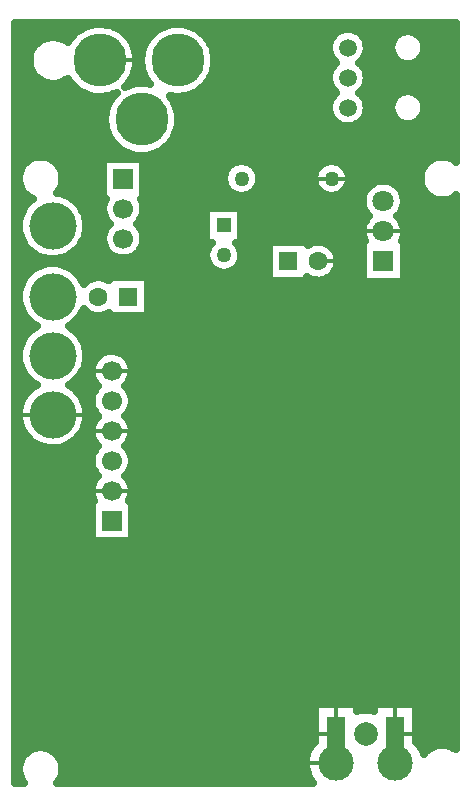
<source format=gbr>
G04 DipTrace 3.0.0.2*
G04 Bottom.gbr*
%MOMM*%
G04 #@! TF.FileFunction,Copper,L2,Bot*
G04 #@! TF.Part,Single*
G04 #@! TA.AperFunction,ComponentPad*
%ADD14C,1.5*%
G04 #@! TA.AperFunction,CopperBalancing*
%ADD16C,0.635*%
%ADD17C,0.33*%
G04 #@! TA.AperFunction,ComponentPad*
%ADD18R,1.8X1.8*%
%ADD19C,1.8*%
%ADD20C,4.5*%
%ADD21R,1.6X1.6*%
%ADD22C,1.6*%
%ADD24C,1.27*%
%ADD25R,1.27X1.27*%
%ADD26C,3.0*%
%ADD27R,1.5X3.0*%
%ADD28C,2.0*%
%ADD29R,1.7X1.7*%
%ADD30C,1.7*%
%ADD31C,1.27*%
%ADD32C,4.0*%
%FSLAX35Y35*%
G04*
G71*
G90*
G75*
G01*
G04 Bottom*
%LPD*%
X1088100Y7455083D2*
D16*
X1618683D1*
X1981253D2*
X2278737D1*
X2641307D2*
X3832503D1*
X3967490D2*
X4811917D1*
X1088100Y7391917D2*
X1344963D1*
X1465070D2*
X1551093D1*
X2048847D2*
X2211143D1*
X2708900D2*
X3758213D1*
X4041780D2*
X4290520D1*
X4525470D2*
X4811917D1*
X1088100Y7328750D2*
X1246490D1*
X2087543D2*
X2172450D1*
X2747597D2*
X3735763D1*
X4064230D2*
X4263857D1*
X4552137D2*
X4811917D1*
X1088100Y7265583D2*
X1210400D1*
X2108627D2*
X2151330D1*
X2768557D2*
X3740107D1*
X4059887D2*
X4268940D1*
X4547050D2*
X4811917D1*
X1088100Y7202417D2*
X1199360D1*
X2775623D2*
X3774337D1*
X4025657D2*
X4310860D1*
X4505257D2*
X4811917D1*
X1088100Y7139250D2*
X1208787D1*
X2109620D2*
X2150483D1*
X2769673D2*
X3759080D1*
X4040913D2*
X4811917D1*
X1088100Y7076083D2*
X1242520D1*
X2089777D2*
X2170217D1*
X2749703D2*
X3735890D1*
X4064103D2*
X4811917D1*
X1088100Y7012917D2*
X1329957D1*
X1480077D2*
X1547370D1*
X2052693D2*
X2207300D1*
X2712620D2*
X3739733D1*
X4060260D2*
X4811917D1*
X1088100Y6949750D2*
X1611863D1*
X2648130D2*
X3773220D1*
X4026773D2*
X4811917D1*
X1088100Y6886583D2*
X1901953D1*
X2408020D2*
X3759950D1*
X4040043D2*
X4292507D1*
X4523487D2*
X4811917D1*
X1088100Y6823417D2*
X1864997D1*
X2444980D2*
X3736137D1*
X4063857D2*
X4264353D1*
X4551640D2*
X4811917D1*
X1088100Y6760250D2*
X1845277D1*
X2464697D2*
X3739360D1*
X4060633D2*
X4268197D1*
X4547797D2*
X4811917D1*
X1088100Y6697083D2*
X1839323D1*
X2470650D2*
X3772103D1*
X4027890D2*
X4307760D1*
X4508233D2*
X4811917D1*
X1088100Y6633917D2*
X1846517D1*
X2463457D2*
X4811917D1*
X1088100Y6570750D2*
X1867600D1*
X2442373D2*
X4811917D1*
X1088100Y6507583D2*
X1906543D1*
X2403553D2*
X4811917D1*
X1088100Y6444417D2*
X1974507D1*
X2335467D2*
X4811917D1*
X1088100Y6381250D2*
X1260257D1*
X1339680D2*
X4660360D1*
X4739660D2*
X4811917D1*
X1088100Y6318083D2*
X1152110D1*
X1447830D2*
X1824317D1*
X2175600D2*
X2904807D1*
X3095233D2*
X3666807D1*
X3857233D2*
X4552210D1*
X1482310Y6254917D2*
X1824317D1*
X2175600D2*
X2856440D1*
X3143603D2*
X3618440D1*
X3905603D2*
X4517733D1*
X1490493Y6191750D2*
X1824317D1*
X2175600D2*
X2846143D1*
X3153897D2*
X3608143D1*
X3915897D2*
X4509547D1*
X1088100Y6128583D2*
X1123707D1*
X1476230D2*
X1824317D1*
X2175600D2*
X2864253D1*
X3135790D2*
X3626253D1*
X3897790D2*
X4067777D1*
X4332243D2*
X4523810D1*
X1088100Y6065417D2*
X1167737D1*
X1508230D2*
X1824317D1*
X2175600D2*
X2932590D1*
X3067453D2*
X3694590D1*
X3829453D2*
X4029080D1*
X4370940D2*
X4567713D1*
X1088100Y6002250D2*
X1193903D1*
X1606083D2*
X1833990D1*
X2166050D2*
X4019407D1*
X4380487D2*
X4811917D1*
X1088100Y5939083D2*
X1145660D1*
X1654330D2*
X1824563D1*
X2175477D2*
X2695827D1*
X3004200D2*
X4033547D1*
X4366473D2*
X4811917D1*
X1680373Y5875917D2*
X1839570D1*
X2160470D2*
X2695827D1*
X3004200D2*
X4069140D1*
X4330880D2*
X4811917D1*
X1690297Y5812750D2*
X1875040D1*
X2124997D2*
X2695827D1*
X3004200D2*
X4029577D1*
X4370443D2*
X4811917D1*
X1686080Y5749583D2*
X1834487D1*
X2165553D2*
X2695827D1*
X3004200D2*
X4019407D1*
X4380613D2*
X4811917D1*
X1088100Y5686417D2*
X1133010D1*
X1666980D2*
X1824440D1*
X2175600D2*
X2695827D1*
X3004200D2*
X4033050D1*
X4366970D2*
X4811917D1*
X1088100Y5623250D2*
X1170960D1*
X1629027D2*
X1838950D1*
X2161090D2*
X2715300D1*
X2984730D2*
X3223423D1*
X3763100D2*
X4019407D1*
X4380613D2*
X4811917D1*
X1088100Y5560083D2*
X1241157D1*
X1558830D2*
X1887567D1*
X2112470D2*
X2696200D1*
X3003827D2*
X3223423D1*
X3807377D2*
X4019407D1*
X4380613D2*
X4811917D1*
X1088100Y5496917D2*
X2705750D1*
X2994277D2*
X3223423D1*
X3818663D2*
X4019407D1*
X4380613D2*
X4811917D1*
X1088100Y5433750D2*
X1231857D1*
X1568133D2*
X2752383D1*
X2947647D2*
X3223423D1*
X3804770D2*
X4019407D1*
X4380613D2*
X4811917D1*
X1088100Y5370583D2*
X1166247D1*
X1633740D2*
X3223423D1*
X3755657D2*
X4019407D1*
X4380613D2*
X4811917D1*
X1088100Y5307417D2*
X1130403D1*
X2210697D2*
X4811917D1*
X2210697Y5244250D2*
X4811917D1*
X2210697Y5181083D2*
X4811917D1*
X1088100Y5117917D2*
X1121473D1*
X2210697D2*
X4811917D1*
X1088100Y5054750D2*
X1149257D1*
X1650733D2*
X1702897D1*
X2210697D2*
X4811917D1*
X1088100Y4991583D2*
X1200353D1*
X1599760D2*
X4811917D1*
X1088100Y4928417D2*
X1224413D1*
X1575573D2*
X4811917D1*
X1088100Y4865250D2*
X1162280D1*
X1637710D2*
X4811917D1*
X1088100Y4802083D2*
X1128297D1*
X1671693D2*
X4811917D1*
X1687940Y4738917D2*
X1882360D1*
X1917553D2*
X4811917D1*
X1689550Y4675750D2*
X1761437D1*
X2038553D2*
X4811917D1*
X1088100Y4612583D2*
X1123087D1*
X1676900D2*
X1729810D1*
X2070180D2*
X4811917D1*
X1088100Y4549417D2*
X1152480D1*
X1647507D2*
X1725593D1*
X2074397D2*
X4811917D1*
X1088100Y4486250D2*
X1206183D1*
X1593807D2*
X1746553D1*
X2053437D2*
X4811917D1*
X1088100Y4423083D2*
X1217470D1*
X1582520D2*
X1762553D1*
X2037437D2*
X4811917D1*
X1088100Y4359917D2*
X1158557D1*
X1641430D2*
X1730183D1*
X2069807D2*
X4811917D1*
X1088100Y4296750D2*
X1126310D1*
X1673677D2*
X1725470D1*
X2074520D2*
X4811917D1*
X1688683Y4233583D2*
X1745810D1*
X2054180D2*
X4811917D1*
X1689057Y4170417D2*
X1763667D1*
X2036320D2*
X4811917D1*
X1088100Y4107250D2*
X1124947D1*
X1675040D2*
X1730553D1*
X2069437D2*
X4811917D1*
X1088100Y4044083D2*
X1155953D1*
X1644037D2*
X1725343D1*
X2074643D2*
X4811917D1*
X1088100Y3980917D2*
X1212507D1*
X1587480D2*
X1745063D1*
X2054923D2*
X4811917D1*
X1088100Y3917750D2*
X1359600D1*
X1440390D2*
X1764783D1*
X2035203D2*
X4811917D1*
X1088100Y3854583D2*
X1730927D1*
X2069063D2*
X4811917D1*
X1088100Y3791417D2*
X1725220D1*
X2074770D2*
X4811917D1*
X1088100Y3728250D2*
X1744320D1*
X2055670D2*
X4811917D1*
X1088100Y3665083D2*
X1765900D1*
X2034090D2*
X4811917D1*
X1088100Y3601917D2*
X1731297D1*
X2068690D2*
X4811917D1*
X1088100Y3538750D2*
X1725097D1*
X2074893D2*
X4811917D1*
X1088100Y3475583D2*
X1743577D1*
X2056413D2*
X4811917D1*
X1088100Y3412417D2*
X1724353D1*
X2075637D2*
X4811917D1*
X1088100Y3349250D2*
X1724353D1*
X2075637D2*
X4811917D1*
X1088100Y3286083D2*
X1724353D1*
X2075637D2*
X4811917D1*
X1088100Y3222917D2*
X1724353D1*
X2075637D2*
X4811917D1*
X1088100Y3159750D2*
X1724353D1*
X2075637D2*
X4811917D1*
X1088100Y3096583D2*
X4811917D1*
X1088100Y3033417D2*
X4811917D1*
X1088100Y2970250D2*
X4811917D1*
X1088100Y2907083D2*
X4811917D1*
X1088100Y2843917D2*
X4811917D1*
X1088100Y2780750D2*
X4811917D1*
X1088100Y2717583D2*
X4811917D1*
X1088100Y2654417D2*
X4811917D1*
X1088100Y2591250D2*
X4811917D1*
X1088100Y2528083D2*
X3361957D1*
X1088100Y2464917D2*
X3361957D1*
X1088100Y2401750D2*
X3361957D1*
X1088100Y2338583D2*
X3361957D1*
X1088100Y2275417D2*
X3361957D1*
X1088100Y2212250D2*
X3361957D1*
X1088100Y2149083D2*
X3361957D1*
X1088100Y2085917D2*
X3361957D1*
X1088100Y2022750D2*
X3361957D1*
X1088100Y1959583D2*
X3361957D1*
X1088100Y1896417D2*
X3361957D1*
X1088100Y1833250D2*
X3361957D1*
X1088100Y1770083D2*
X3361957D1*
X1088100Y1706917D2*
X3361957D1*
X1088100Y1643750D2*
X3361957D1*
X1088100Y1580583D2*
X3361957D1*
X1088100Y1517417D2*
X3361957D1*
X1088100Y1454250D2*
X3361957D1*
X1088100Y1391083D2*
X3361957D1*
X1088100Y1327917D2*
X1161037D1*
X1439023D2*
X3361957D1*
X1088100Y1264750D2*
X1121103D1*
X1478837D2*
X3361957D1*
X1490617Y1201583D2*
X3361957D1*
X1088100Y1138417D2*
X1119987D1*
X1480077D2*
X3361957D1*
X4354987Y5674290D2*
X4374290D1*
Y5325710D1*
X4025710D1*
Y5674290D1*
X4044933D1*
X4035467Y5696500D1*
X4028863Y5721003D1*
X4025883Y5746203D1*
X4026597Y5771573D1*
X4030987Y5796567D1*
X4038960Y5820660D1*
X4050350Y5843340D1*
X4064910Y5864123D1*
X4080660Y5880987D1*
X4067470Y5894807D1*
X4051393Y5916933D1*
X4038977Y5941303D1*
X4030527Y5967313D1*
X4026247Y5994327D1*
Y6021673D1*
X4030527Y6048687D1*
X4038977Y6074697D1*
X4051393Y6099067D1*
X4067470Y6121193D1*
X4086807Y6140530D1*
X4108933Y6156607D1*
X4133303Y6169023D1*
X4159313Y6177473D1*
X4186327Y6181753D1*
X4213673D1*
X4240687Y6177473D1*
X4266697Y6169023D1*
X4291067Y6156607D1*
X4313193Y6140530D1*
X4332530Y6121193D1*
X4348607Y6099067D1*
X4361023Y6074697D1*
X4369473Y6048687D1*
X4373753Y6021673D1*
Y5994327D1*
X4369473Y5967313D1*
X4361023Y5941303D1*
X4348607Y5916933D1*
X4332530Y5894807D1*
X4319277Y5881093D1*
X4336350Y5862563D1*
X4350670Y5841610D1*
X4361797Y5818803D1*
X4369490Y5794620D1*
X4373593Y5769577D1*
X4374173Y5747650D1*
X4371407Y5722427D1*
X4365003Y5697870D1*
X4354997Y5674307D1*
X2109223Y7193650D2*
X2106947Y7161997D1*
X2101437Y7130743D1*
X2092753Y7100217D1*
X2080987Y7070743D1*
X2066260Y7042630D1*
X2048733Y7016173D1*
X2028587Y6991653D1*
X2010670Y6973553D1*
X2036640Y6985747D1*
X2059423Y6994153D1*
X2082797Y7000743D1*
X2106617Y7005483D1*
X2130733Y7008337D1*
X2155000Y7009290D1*
X2179267Y7008337D1*
X2203383Y7005483D1*
X2222643Y7001650D1*
X2209780Y7018203D1*
X2196287Y7038397D1*
X2184420Y7059587D1*
X2174253Y7081640D1*
X2165847Y7104423D1*
X2159257Y7127797D1*
X2154517Y7151617D1*
X2151663Y7175733D1*
X2150710Y7200000D1*
X2151663Y7224267D1*
X2154517Y7248383D1*
X2159257Y7272203D1*
X2165847Y7295577D1*
X2174253Y7318360D1*
X2184420Y7340413D1*
X2196287Y7361603D1*
X2209780Y7381797D1*
X2224813Y7400867D1*
X2241300Y7418700D1*
X2259133Y7435187D1*
X2278203Y7450220D1*
X2298397Y7463713D1*
X2319587Y7475580D1*
X2341640Y7485747D1*
X2364423Y7494153D1*
X2387797Y7500743D1*
X2411617Y7505483D1*
X2435733Y7508337D1*
X2460000Y7509290D1*
X2484267Y7508337D1*
X2508383Y7505483D1*
X2532203Y7500743D1*
X2555577Y7494153D1*
X2578360Y7485747D1*
X2600413Y7475580D1*
X2621603Y7463713D1*
X2641797Y7450220D1*
X2660867Y7435187D1*
X2678700Y7418700D1*
X2695187Y7400867D1*
X2710220Y7381797D1*
X2723713Y7361603D1*
X2735580Y7340413D1*
X2745747Y7318360D1*
X2754153Y7295577D1*
X2760743Y7272203D1*
X2765483Y7248383D1*
X2768337Y7224267D1*
X2769290Y7200000D1*
X2768337Y7175733D1*
X2765483Y7151617D1*
X2760743Y7127797D1*
X2754153Y7104423D1*
X2745747Y7081640D1*
X2735580Y7059587D1*
X2723713Y7038397D1*
X2710220Y7018203D1*
X2695187Y6999133D1*
X2678700Y6981300D1*
X2660867Y6964813D1*
X2641797Y6949780D1*
X2621603Y6936287D1*
X2600413Y6924420D1*
X2578360Y6914253D1*
X2555577Y6905847D1*
X2532203Y6899257D1*
X2508383Y6894517D1*
X2484267Y6891663D1*
X2460000Y6890710D1*
X2435733Y6891663D1*
X2411617Y6894517D1*
X2392357Y6898350D1*
X2405220Y6881797D1*
X2418713Y6861603D1*
X2430580Y6840413D1*
X2440747Y6818360D1*
X2449153Y6795577D1*
X2455743Y6772203D1*
X2460483Y6748383D1*
X2463337Y6724267D1*
X2464290Y6700000D1*
X2463337Y6675733D1*
X2460483Y6651617D1*
X2455743Y6627797D1*
X2449153Y6604423D1*
X2440747Y6581640D1*
X2430580Y6559587D1*
X2418713Y6538397D1*
X2405220Y6518203D1*
X2390187Y6499133D1*
X2373700Y6481300D1*
X2355867Y6464813D1*
X2336797Y6449780D1*
X2316603Y6436287D1*
X2295413Y6424420D1*
X2273360Y6414253D1*
X2250577Y6405847D1*
X2227203Y6399257D1*
X2203383Y6394517D1*
X2179267Y6391663D1*
X2155000Y6390710D1*
X2130733Y6391663D1*
X2106617Y6394517D1*
X2082797Y6399257D1*
X2059423Y6405847D1*
X2036640Y6414253D1*
X2014587Y6424420D1*
X1993397Y6436287D1*
X1973203Y6449780D1*
X1954133Y6464813D1*
X1936300Y6481300D1*
X1919813Y6499133D1*
X1904780Y6518203D1*
X1891287Y6538397D1*
X1879420Y6559587D1*
X1869253Y6581640D1*
X1860847Y6604423D1*
X1854257Y6627797D1*
X1849517Y6651617D1*
X1846663Y6675733D1*
X1845710Y6700000D1*
X1846663Y6724267D1*
X1849517Y6748383D1*
X1854257Y6772203D1*
X1860847Y6795577D1*
X1869253Y6818360D1*
X1879420Y6840413D1*
X1891287Y6861603D1*
X1904780Y6881797D1*
X1919813Y6900867D1*
X1945147Y6926880D1*
X1914723Y6912773D1*
X1884687Y6902530D1*
X1853757Y6895417D1*
X1822263Y6891513D1*
X1790533Y6890853D1*
X1758903Y6893453D1*
X1727707Y6899277D1*
X1697270Y6908270D1*
X1667917Y6920333D1*
X1639953Y6935340D1*
X1613673Y6953133D1*
X1589357Y6973527D1*
X1567260Y6996303D1*
X1547610Y7021227D1*
X1531700Y7046163D1*
X1509130Y7030077D1*
X1481263Y7015880D1*
X1451523Y7006217D1*
X1420637Y7001323D1*
X1389363D1*
X1358477Y7006217D1*
X1328737Y7015880D1*
X1300870Y7030077D1*
X1275570Y7048460D1*
X1253460Y7070570D1*
X1235077Y7095870D1*
X1220880Y7123737D1*
X1211217Y7153477D1*
X1206323Y7184363D1*
Y7215637D1*
X1211217Y7246523D1*
X1220880Y7276263D1*
X1235077Y7304130D1*
X1253460Y7329430D1*
X1275570Y7351540D1*
X1300870Y7369923D1*
X1328737Y7384120D1*
X1358477Y7393783D1*
X1389363Y7398677D1*
X1420637D1*
X1451523Y7393783D1*
X1481263Y7384120D1*
X1509130Y7369923D1*
X1531597Y7353773D1*
X1551200Y7383737D1*
X1571337Y7408263D1*
X1593883Y7430600D1*
X1618600Y7450507D1*
X1645223Y7467777D1*
X1673480Y7482230D1*
X1703067Y7493707D1*
X1733673Y7502093D1*
X1764980Y7507300D1*
X1796657Y7509273D1*
X1828367Y7507987D1*
X1859777Y7503460D1*
X1890560Y7495737D1*
X1920387Y7484900D1*
X1948947Y7471063D1*
X1975940Y7454373D1*
X2001080Y7435003D1*
X2024103Y7413160D1*
X2044767Y7389073D1*
X2062853Y7362997D1*
X2078173Y7335203D1*
X2090563Y7305983D1*
X2099897Y7275650D1*
X2106070Y7244520D1*
X2109020Y7212923D1*
X2109223Y7193650D1*
X3261527Y5664290D2*
X3558357D1*
X3558483Y5637717D1*
X3580760Y5649870D1*
X3604640Y5658447D1*
X3629557Y5663243D1*
X3654917Y5664147D1*
X3680110Y5661133D1*
X3704543Y5654277D1*
X3727627Y5643740D1*
X3748810Y5629777D1*
X3767593Y5612713D1*
X3783527Y5592963D1*
X3796223Y5570997D1*
X3805390Y5547333D1*
X3810803Y5522543D1*
X3812357Y5500000D1*
X3810397Y5474700D1*
X3804567Y5450007D1*
X3795000Y5426503D1*
X3781930Y5404753D1*
X3765667Y5385277D1*
X3746597Y5368537D1*
X3725177Y5354930D1*
X3701920Y5344787D1*
X3677377Y5338347D1*
X3652133Y5335760D1*
X3626793Y5337093D1*
X3601960Y5342313D1*
X3578227Y5351293D1*
X3558347Y5362407D1*
X3558357Y5335710D1*
X3229777D1*
Y5664290D1*
X3261527D1*
X2997333Y5538403D2*
X2993707Y5515500D1*
X2986540Y5493443D1*
X2976013Y5472780D1*
X2962380Y5454017D1*
X2945983Y5437620D1*
X2927220Y5423987D1*
X2906557Y5413460D1*
X2884500Y5406293D1*
X2861597Y5402667D1*
X2838403D1*
X2815500Y5406293D1*
X2793443Y5413460D1*
X2772780Y5423987D1*
X2754017Y5437620D1*
X2737620Y5454017D1*
X2723987Y5472780D1*
X2713460Y5493443D1*
X2706293Y5515500D1*
X2702667Y5538403D1*
Y5561597D1*
X2706293Y5584500D1*
X2713460Y5606557D1*
X2723987Y5627220D1*
X2737620Y5645983D1*
X2747327Y5656197D1*
X2702210Y5656210D1*
Y5951790D1*
X2997790D1*
Y5656210D1*
X2952770D1*
X2969563Y5636870D1*
X2981683Y5617097D1*
X2990557Y5595670D1*
X2995970Y5573120D1*
X2997790Y5550000D1*
X2997333Y5538403D1*
X2046597Y3469290D2*
X2069290D1*
Y3130710D1*
X1730710D1*
Y3469290D1*
X1753407D1*
X1741917Y3493433D1*
X1734637Y3517743D1*
X1731077Y3542867D1*
X1731310Y3568243D1*
X1735333Y3593297D1*
X1743060Y3617470D1*
X1754310Y3640217D1*
X1768833Y3661023D1*
X1786303Y3679430D1*
X1788080Y3680977D1*
X1771270Y3698053D1*
X1755657Y3719547D1*
X1743597Y3743217D1*
X1735387Y3768480D1*
X1731233Y3794717D1*
Y3821283D1*
X1735387Y3847520D1*
X1743597Y3872783D1*
X1755657Y3896453D1*
X1771270Y3917947D1*
X1788110Y3934930D1*
X1770900Y3952493D1*
X1755980Y3973020D1*
X1744297Y3995547D1*
X1736113Y4019567D1*
X1731613Y4044540D1*
X1730893Y4069907D1*
X1733977Y4095097D1*
X1740790Y4119540D1*
X1751177Y4142693D1*
X1764910Y4164030D1*
X1781680Y4183077D1*
X1788080Y4188977D1*
X1771270Y4206053D1*
X1755657Y4227547D1*
X1743597Y4251217D1*
X1735387Y4276480D1*
X1731233Y4302717D1*
Y4329283D1*
X1735387Y4355520D1*
X1743597Y4380783D1*
X1755657Y4404453D1*
X1771270Y4425947D1*
X1788110Y4442930D1*
X1770900Y4460493D1*
X1755980Y4481020D1*
X1744297Y4503547D1*
X1736113Y4527567D1*
X1731613Y4552540D1*
X1730893Y4577907D1*
X1733977Y4603097D1*
X1740790Y4627540D1*
X1751177Y4650693D1*
X1764910Y4672030D1*
X1781680Y4691077D1*
X1801107Y4707403D1*
X1822757Y4720640D1*
X1846143Y4730493D1*
X1870737Y4736743D1*
X1895990Y4739243D1*
X1921333Y4737940D1*
X1946197Y4732867D1*
X1970020Y4724130D1*
X1992273Y4711933D1*
X2012453Y4696543D1*
X2030103Y4678313D1*
X2044833Y4657650D1*
X2056307Y4635017D1*
X2064270Y4610920D1*
X2068540Y4585907D1*
X2069170Y4563650D1*
X2066320Y4538437D1*
X2059733Y4513930D1*
X2049560Y4490683D1*
X2036023Y4469220D1*
X2019430Y4450020D1*
X2011900Y4443003D1*
X2028730Y4425947D1*
X2044343Y4404453D1*
X2056403Y4380783D1*
X2064613Y4355520D1*
X2068767Y4329283D1*
Y4302717D1*
X2064613Y4276480D1*
X2056403Y4251217D1*
X2044343Y4227547D1*
X2028730Y4206053D1*
X2011890Y4189070D1*
X2030103Y4170313D1*
X2044833Y4149650D1*
X2056307Y4127017D1*
X2064270Y4102920D1*
X2068540Y4077907D1*
X2069170Y4055650D1*
X2066320Y4030437D1*
X2059733Y4005930D1*
X2049560Y3982683D1*
X2036023Y3961220D1*
X2019430Y3942020D1*
X2011900Y3935003D1*
X2028730Y3917947D1*
X2044343Y3896453D1*
X2056403Y3872783D1*
X2064613Y3847520D1*
X2068767Y3821283D1*
Y3794717D1*
X2064613Y3768480D1*
X2056403Y3743217D1*
X2044343Y3719547D1*
X2028730Y3698053D1*
X2011890Y3681070D1*
X2030103Y3662313D1*
X2044833Y3641650D1*
X2056307Y3619017D1*
X2064270Y3594920D1*
X2068540Y3569907D1*
X2069170Y3547650D1*
X2066320Y3522437D1*
X2059733Y3497930D1*
X2049560Y3474683D1*
X2046563Y3469283D1*
X3147333Y6188403D2*
X3143707Y6165500D1*
X3136540Y6143443D1*
X3126013Y6122780D1*
X3112380Y6104017D1*
X3095983Y6087620D1*
X3077220Y6073987D1*
X3056557Y6063460D1*
X3034500Y6056293D1*
X3011597Y6052667D1*
X2988403D1*
X2965500Y6056293D1*
X2943443Y6063460D1*
X2922780Y6073987D1*
X2904017Y6087620D1*
X2887620Y6104017D1*
X2873987Y6122780D1*
X2863460Y6143443D1*
X2856293Y6165500D1*
X2852667Y6188403D1*
Y6211597D1*
X2856293Y6234500D1*
X2863460Y6256557D1*
X2873987Y6277220D1*
X2887620Y6295983D1*
X2904017Y6312380D1*
X2922780Y6326013D1*
X2943443Y6336540D1*
X2965500Y6343707D1*
X2988403Y6347333D1*
X3011597D1*
X3034500Y6343707D1*
X3056557Y6336540D1*
X3077220Y6326013D1*
X3095983Y6312380D1*
X3112380Y6295983D1*
X3126013Y6277220D1*
X3136540Y6256557D1*
X3143707Y6234500D1*
X3147333Y6211597D1*
Y6188403D1*
X3909653Y6193653D2*
X3907613Y6174723D1*
X3903157Y6156217D1*
X3896357Y6138437D1*
X3887330Y6121677D1*
X3876220Y6106217D1*
X3863217Y6092310D1*
X3848537Y6080193D1*
X3832417Y6070063D1*
X3815130Y6062090D1*
X3796963Y6056407D1*
X3778217Y6053103D1*
X3759197Y6052237D1*
X3740227Y6053823D1*
X3721617Y6057833D1*
X3703680Y6064203D1*
X3686707Y6072827D1*
X3670983Y6083560D1*
X3656773Y6096227D1*
X3644307Y6110613D1*
X3633793Y6126483D1*
X3625407Y6143573D1*
X3619287Y6161600D1*
X3615533Y6180263D1*
X3614213Y6199253D1*
X3615343Y6218257D1*
X3618907Y6236957D1*
X3624843Y6255043D1*
X3633057Y6272220D1*
X3643410Y6288193D1*
X3655730Y6302707D1*
X3669813Y6315513D1*
X3685427Y6326407D1*
X3702310Y6335200D1*
X3720187Y6341750D1*
X3738753Y6345950D1*
X3757707Y6347727D1*
X3776730Y6347053D1*
X3795513Y6343940D1*
X3813737Y6338440D1*
X3831103Y6330640D1*
X3847323Y6320673D1*
X3862127Y6308703D1*
X3875267Y6294933D1*
X3886530Y6279587D1*
X3895730Y6262917D1*
X3902707Y6245207D1*
X3907350Y6226743D1*
X3909583Y6207837D1*
X3909653Y6193653D1*
X1862460Y6369290D2*
X2169290D1*
Y6030710D1*
X2146593D1*
X2156403Y6010783D1*
X2164613Y5985520D1*
X2168767Y5959283D1*
Y5932717D1*
X2164613Y5906480D1*
X2156403Y5881217D1*
X2144343Y5857547D1*
X2128730Y5836053D1*
X2111890Y5819070D1*
X2128730Y5801947D1*
X2144343Y5780453D1*
X2156403Y5756783D1*
X2164613Y5731520D1*
X2168767Y5705283D1*
Y5678717D1*
X2164613Y5652480D1*
X2156403Y5627217D1*
X2144343Y5603547D1*
X2128730Y5582053D1*
X2109947Y5563270D1*
X2088453Y5547657D1*
X2064783Y5535597D1*
X2039520Y5527387D1*
X2013283Y5523233D1*
X1986717D1*
X1960480Y5527387D1*
X1935217Y5535597D1*
X1911547Y5547657D1*
X1890053Y5563270D1*
X1871270Y5582053D1*
X1855657Y5603547D1*
X1843597Y5627217D1*
X1835387Y5652480D1*
X1831233Y5678717D1*
Y5705283D1*
X1835387Y5731520D1*
X1843597Y5756783D1*
X1855657Y5780453D1*
X1871270Y5801947D1*
X1888110Y5818930D1*
X1871270Y5836053D1*
X1855657Y5857547D1*
X1843597Y5881217D1*
X1835387Y5906480D1*
X1831233Y5932717D1*
Y5959283D1*
X1835387Y5985520D1*
X1843597Y6010783D1*
X1853550Y6030693D1*
X1830710Y6030710D1*
Y6369290D1*
X1862460D1*
X4058800Y7295503D2*
X4054890Y7270813D1*
X4047163Y7247043D1*
X4035817Y7224770D1*
X4021127Y7204550D1*
X4003450Y7186873D1*
X3996047Y7181037D1*
X4012637Y7166637D1*
X4028867Y7147627D1*
X4041930Y7126317D1*
X4051493Y7103223D1*
X4057330Y7078920D1*
X4059290Y7054000D1*
X4057330Y7029080D1*
X4051493Y7004777D1*
X4041930Y6981683D1*
X4028867Y6960373D1*
X4012637Y6941363D1*
X3996047Y6927037D1*
X4012637Y6912637D1*
X4028867Y6893627D1*
X4041930Y6872317D1*
X4051493Y6849223D1*
X4057330Y6824920D1*
X4059290Y6800000D1*
X4057330Y6775080D1*
X4051493Y6750777D1*
X4041930Y6727683D1*
X4028867Y6706373D1*
X4012637Y6687363D1*
X3993627Y6671133D1*
X3972317Y6658070D1*
X3949223Y6648507D1*
X3924920Y6642670D1*
X3900000Y6640710D1*
X3875080Y6642670D1*
X3850777Y6648507D1*
X3827683Y6658070D1*
X3806373Y6671133D1*
X3787363Y6687363D1*
X3771133Y6706373D1*
X3758070Y6727683D1*
X3748507Y6750777D1*
X3742670Y6775080D1*
X3740710Y6800000D1*
X3742670Y6824920D1*
X3748507Y6849223D1*
X3758070Y6872317D1*
X3771133Y6893627D1*
X3787363Y6912637D1*
X3803953Y6926963D1*
X3787363Y6941363D1*
X3771133Y6960373D1*
X3758070Y6981683D1*
X3748507Y7004777D1*
X3742670Y7029080D1*
X3740710Y7054000D1*
X3742670Y7078920D1*
X3748507Y7103223D1*
X3758070Y7126317D1*
X3771133Y7147627D1*
X3787363Y7166637D1*
X3803953Y7180963D1*
X3787363Y7195363D1*
X3771133Y7214373D1*
X3758070Y7235683D1*
X3748507Y7258777D1*
X3742670Y7283080D1*
X3740710Y7308000D1*
X3742670Y7332920D1*
X3748507Y7357223D1*
X3758070Y7380317D1*
X3771133Y7401627D1*
X3787363Y7420637D1*
X3806373Y7436867D1*
X3827683Y7449930D1*
X3850777Y7459493D1*
X3875080Y7465330D1*
X3900000Y7467290D1*
X3924920Y7465330D1*
X3949223Y7459493D1*
X3972317Y7449930D1*
X3993627Y7436867D1*
X4012637Y7420637D1*
X4028867Y7401627D1*
X4041930Y7380317D1*
X4051493Y7357223D1*
X4057330Y7332920D1*
X4059290Y7308000D1*
X4058800Y7295503D1*
X4546860Y7297070D2*
X4543440Y7275483D1*
X4536687Y7254697D1*
X4526763Y7235220D1*
X4513917Y7217540D1*
X4498460Y7202083D1*
X4480780Y7189237D1*
X4461303Y7179313D1*
X4440517Y7172560D1*
X4418930Y7169140D1*
X4397070D1*
X4375483Y7172560D1*
X4354697Y7179313D1*
X4335220Y7189237D1*
X4317540Y7202083D1*
X4302083Y7217540D1*
X4289237Y7235220D1*
X4279313Y7254697D1*
X4272560Y7275483D1*
X4269140Y7297070D1*
Y7318930D1*
X4272560Y7340517D1*
X4279313Y7361303D1*
X4289237Y7380780D1*
X4302083Y7398460D1*
X4317540Y7413917D1*
X4335220Y7426763D1*
X4354697Y7436687D1*
X4375483Y7443440D1*
X4397070Y7446860D1*
X4418930D1*
X4440517Y7443440D1*
X4461303Y7436687D1*
X4480780Y7426763D1*
X4498460Y7413917D1*
X4513917Y7398460D1*
X4526763Y7380780D1*
X4536687Y7361303D1*
X4543440Y7340517D1*
X4546860Y7318930D1*
Y7297070D1*
Y6789070D2*
X4543440Y6767483D1*
X4536687Y6746697D1*
X4526763Y6727220D1*
X4513917Y6709540D1*
X4498460Y6694083D1*
X4480780Y6681237D1*
X4461303Y6671313D1*
X4440517Y6664560D1*
X4418930Y6661140D1*
X4397070D1*
X4375483Y6664560D1*
X4354697Y6671313D1*
X4335220Y6681237D1*
X4317540Y6694083D1*
X4302083Y6709540D1*
X4289237Y6727220D1*
X4279313Y6746697D1*
X4272560Y6767483D1*
X4269140Y6789070D1*
Y6810930D1*
X4272560Y6832517D1*
X4279313Y6853303D1*
X4289237Y6872780D1*
X4302083Y6890460D1*
X4317540Y6905917D1*
X4335220Y6918763D1*
X4354697Y6928687D1*
X4375483Y6935440D1*
X4397070Y6938860D1*
X4418930D1*
X4440517Y6935440D1*
X4461303Y6928687D1*
X4480780Y6918763D1*
X4498460Y6905917D1*
X4513917Y6890460D1*
X4526763Y6872780D1*
X4536687Y6853303D1*
X4543440Y6832517D1*
X4546860Y6810930D1*
Y6789070D1*
X1907460Y5364290D2*
X2204290D1*
Y5035710D1*
X1875710D1*
Y5062373D1*
X1860587Y5053617D1*
X1836770Y5043750D1*
X1811700Y5037733D1*
X1786000Y5035710D1*
X1760300Y5037733D1*
X1735230Y5043750D1*
X1711413Y5053617D1*
X1689433Y5067087D1*
X1669830Y5083830D1*
X1662650Y5091207D1*
X1653303Y5070937D1*
X1642397Y5051460D1*
X1629997Y5032900D1*
X1616177Y5015370D1*
X1601023Y4998977D1*
X1584630Y4983823D1*
X1567100Y4970003D1*
X1535227Y4950147D1*
X1567100Y4929997D1*
X1584630Y4916177D1*
X1601023Y4901023D1*
X1616177Y4884630D1*
X1629997Y4867100D1*
X1642397Y4848540D1*
X1653303Y4829063D1*
X1662650Y4808793D1*
X1670377Y4787850D1*
X1676437Y4766367D1*
X1680790Y4744473D1*
X1683413Y4722307D1*
X1684290Y4700000D1*
X1683413Y4677693D1*
X1680790Y4655527D1*
X1676437Y4633633D1*
X1670377Y4612150D1*
X1662650Y4591207D1*
X1653303Y4570937D1*
X1642397Y4551460D1*
X1629997Y4532900D1*
X1616177Y4515370D1*
X1601023Y4498977D1*
X1584630Y4483823D1*
X1567100Y4470003D1*
X1535227Y4450147D1*
X1561380Y4434047D1*
X1586460Y4414600D1*
X1609213Y4392483D1*
X1629363Y4367967D1*
X1646653Y4341360D1*
X1660873Y4312990D1*
X1671840Y4283210D1*
X1679420Y4252397D1*
X1683520Y4220927D1*
X1684220Y4193650D1*
X1681740Y4162013D1*
X1675753Y4130850D1*
X1666327Y4100550D1*
X1653583Y4071487D1*
X1637683Y4044027D1*
X1618817Y4018507D1*
X1597227Y3995250D1*
X1573180Y3974547D1*
X1546973Y3956650D1*
X1518937Y3941787D1*
X1489417Y3930140D1*
X1458783Y3921853D1*
X1427420Y3917037D1*
X1395713Y3915743D1*
X1364057Y3917990D1*
X1332853Y3923753D1*
X1302483Y3932960D1*
X1273330Y3945490D1*
X1245753Y3961193D1*
X1220100Y3979873D1*
X1196687Y4001293D1*
X1175807Y4025190D1*
X1157720Y4051267D1*
X1142653Y4079193D1*
X1130793Y4108627D1*
X1122287Y4139200D1*
X1117240Y4170530D1*
X1115720Y4202227D1*
X1117737Y4233897D1*
X1123273Y4265143D1*
X1132257Y4295577D1*
X1144577Y4324823D1*
X1160080Y4352510D1*
X1178573Y4378300D1*
X1199823Y4401867D1*
X1223570Y4422920D1*
X1249513Y4441193D1*
X1264673Y4450000D1*
X1232900Y4470003D1*
X1215370Y4483823D1*
X1198977Y4498977D1*
X1183823Y4515370D1*
X1170003Y4532900D1*
X1157603Y4551460D1*
X1146697Y4570937D1*
X1137350Y4591207D1*
X1129623Y4612150D1*
X1123563Y4633633D1*
X1119210Y4655527D1*
X1116587Y4677693D1*
X1115710Y4700000D1*
X1116587Y4722307D1*
X1119210Y4744473D1*
X1123563Y4766367D1*
X1129623Y4787850D1*
X1137350Y4808793D1*
X1146697Y4829063D1*
X1157603Y4848540D1*
X1170003Y4867100D1*
X1183823Y4884630D1*
X1198977Y4901023D1*
X1215370Y4916177D1*
X1232900Y4929997D1*
X1264773Y4949853D1*
X1232900Y4970003D1*
X1215370Y4983823D1*
X1198977Y4998977D1*
X1183823Y5015370D1*
X1170003Y5032900D1*
X1157603Y5051460D1*
X1146697Y5070937D1*
X1137350Y5091207D1*
X1129623Y5112150D1*
X1123563Y5133633D1*
X1119210Y5155527D1*
X1116587Y5177693D1*
X1115710Y5200000D1*
X1116587Y5222307D1*
X1119210Y5244473D1*
X1123563Y5266367D1*
X1129623Y5287850D1*
X1137350Y5308793D1*
X1146697Y5329063D1*
X1157603Y5348540D1*
X1170003Y5367100D1*
X1183823Y5384630D1*
X1198977Y5401023D1*
X1215370Y5416177D1*
X1232900Y5429997D1*
X1251460Y5442397D1*
X1270937Y5453303D1*
X1291207Y5462650D1*
X1312150Y5470377D1*
X1333633Y5476437D1*
X1355527Y5480790D1*
X1377693Y5483413D1*
X1400000Y5484290D1*
X1422307Y5483413D1*
X1444473Y5480790D1*
X1466367Y5476437D1*
X1487850Y5470377D1*
X1508793Y5462650D1*
X1529063Y5453303D1*
X1548540Y5442397D1*
X1567100Y5429997D1*
X1584630Y5416177D1*
X1601023Y5401023D1*
X1616177Y5384630D1*
X1629997Y5367100D1*
X1642397Y5348540D1*
X1653303Y5329063D1*
X1662740Y5308547D1*
X1679303Y5324927D1*
X1700160Y5340080D1*
X1723130Y5351783D1*
X1747647Y5359750D1*
X1773110Y5363783D1*
X1798890D1*
X1824353Y5359750D1*
X1848870Y5351783D1*
X1871840Y5340080D1*
X1875737Y5337477D1*
X1875710Y5364290D1*
X1907460D1*
X1683413Y5777693D2*
X1680790Y5755527D1*
X1676437Y5733633D1*
X1670377Y5712150D1*
X1662650Y5691207D1*
X1653303Y5670937D1*
X1642397Y5651460D1*
X1629997Y5632900D1*
X1616177Y5615370D1*
X1601023Y5598977D1*
X1584630Y5583823D1*
X1567100Y5570003D1*
X1548540Y5557603D1*
X1529063Y5546697D1*
X1508793Y5537350D1*
X1487850Y5529623D1*
X1466367Y5523563D1*
X1444473Y5519210D1*
X1422307Y5516587D1*
X1400000Y5515710D1*
X1377693Y5516587D1*
X1355527Y5519210D1*
X1333633Y5523563D1*
X1312150Y5529623D1*
X1291207Y5537350D1*
X1270937Y5546697D1*
X1251460Y5557603D1*
X1232900Y5570003D1*
X1215370Y5583823D1*
X1198977Y5598977D1*
X1183823Y5615370D1*
X1170003Y5632900D1*
X1157603Y5651460D1*
X1146697Y5670937D1*
X1137350Y5691207D1*
X1129623Y5712150D1*
X1123563Y5733633D1*
X1119210Y5755527D1*
X1116587Y5777693D1*
X1115710Y5800000D1*
X1116587Y5822307D1*
X1119210Y5844473D1*
X1123563Y5866367D1*
X1129623Y5887850D1*
X1137350Y5908793D1*
X1146697Y5929063D1*
X1157603Y5948540D1*
X1170003Y5967100D1*
X1183823Y5984630D1*
X1198977Y6001023D1*
X1215370Y6016177D1*
X1231460Y6028863D1*
X1203710Y6042867D1*
X1180313Y6059863D1*
X1159863Y6080313D1*
X1142867Y6103710D1*
X1129737Y6129477D1*
X1120803Y6156980D1*
X1116277Y6185540D1*
Y6214460D1*
X1120803Y6243020D1*
X1129737Y6270523D1*
X1142867Y6296290D1*
X1159863Y6319687D1*
X1180313Y6340137D1*
X1203710Y6357133D1*
X1229477Y6370263D1*
X1256980Y6379197D1*
X1285540Y6383723D1*
X1314460D1*
X1343020Y6379197D1*
X1370523Y6370263D1*
X1396290Y6357133D1*
X1419687Y6340137D1*
X1440137Y6319687D1*
X1457133Y6296290D1*
X1470263Y6270523D1*
X1479197Y6243020D1*
X1483723Y6214460D1*
Y6185540D1*
X1479197Y6156980D1*
X1470263Y6129477D1*
X1457133Y6103710D1*
X1440940Y6081333D1*
X1466367Y6076437D1*
X1487850Y6070377D1*
X1508793Y6062650D1*
X1529063Y6053303D1*
X1548540Y6042397D1*
X1567100Y6029997D1*
X1584630Y6016177D1*
X1601023Y6001023D1*
X1616177Y5984630D1*
X1629997Y5967100D1*
X1642397Y5948540D1*
X1653303Y5929063D1*
X1662650Y5908793D1*
X1670377Y5887850D1*
X1676437Y5866367D1*
X1680790Y5844473D1*
X1683413Y5822307D1*
X1684290Y5800000D1*
X1683413Y5777693D1*
X4818310Y6058780D2*
X4796290Y6042867D1*
X4770523Y6029737D1*
X4743020Y6020803D1*
X4714460Y6016277D1*
X4685540D1*
X4656980Y6020803D1*
X4629477Y6029737D1*
X4603710Y6042867D1*
X4580313Y6059863D1*
X4559863Y6080313D1*
X4542867Y6103710D1*
X4529737Y6129477D1*
X4520803Y6156980D1*
X4516277Y6185540D1*
Y6214460D1*
X4520803Y6243020D1*
X4529737Y6270523D1*
X4542867Y6296290D1*
X4559863Y6319687D1*
X4580313Y6340137D1*
X4603710Y6357133D1*
X4629477Y6370263D1*
X4656980Y6379197D1*
X4685540Y6383723D1*
X4714460D1*
X4743020Y6379197D1*
X4770523Y6370263D1*
X4796290Y6357133D1*
X4818310Y6341220D1*
X4818250Y7518250D1*
X1081750D1*
Y1081750D1*
X1158770D1*
X1142867Y1103710D1*
X1129737Y1129477D1*
X1120803Y1156980D1*
X1116277Y1185540D1*
Y1214460D1*
X1120803Y1243020D1*
X1129737Y1270523D1*
X1142867Y1296290D1*
X1159863Y1319687D1*
X1180313Y1340137D1*
X1203710Y1357133D1*
X1229477Y1370263D1*
X1256980Y1379197D1*
X1285540Y1383723D1*
X1314460D1*
X1343020Y1379197D1*
X1370523Y1370263D1*
X1396290Y1357133D1*
X1419687Y1340137D1*
X1440137Y1319687D1*
X1457133Y1296290D1*
X1470263Y1270523D1*
X1479197Y1243020D1*
X1483723Y1214460D1*
Y1185540D1*
X1479197Y1156980D1*
X1470263Y1129477D1*
X1457133Y1103710D1*
X1441220Y1081690D1*
X3368250Y1081750D1*
X3368640Y2504967D1*
X3371710Y2514413D1*
X3377550Y2522450D1*
X3385587Y2528290D1*
X3395033Y2531360D1*
X3431750Y2531750D1*
X4818250D1*
Y6058603D1*
X4025833Y5754000D2*
D17*
X4374167D1*
X1800000Y7200000D2*
X2109167D1*
X3648067Y5500000D2*
X3812233D1*
X1730833Y3554000D2*
X2069167D1*
X1730833Y4062000D2*
X2069167D1*
X1730833Y4570000D2*
X2069167D1*
X3614333Y6200000D2*
X3909667D1*
X1115833Y4200000D2*
X1684167D1*
X3338100Y2505083D2*
D16*
X4811883D1*
X3338100Y2441917D2*
X4811883D1*
X3338100Y2378750D2*
X4811883D1*
X3338100Y2315583D2*
X4811883D1*
X3338100Y2252417D2*
X4811883D1*
X3338100Y2189250D2*
X4811883D1*
X3338100Y2126083D2*
X4811883D1*
X3338100Y2062917D2*
X4811883D1*
X3338100Y1999750D2*
X4811883D1*
X3338100Y1936583D2*
X4811883D1*
X3338100Y1873417D2*
X4811883D1*
X3338100Y1810250D2*
X4811883D1*
X3338100Y1747083D2*
X3614313D1*
X3985688D2*
X4114375D1*
X4485627D2*
X4811883D1*
X3338100Y1683917D2*
X3614313D1*
X4485627D2*
X4811883D1*
X3338100Y1620750D2*
X3614313D1*
X4485627D2*
X4811883D1*
X3338100Y1557583D2*
X3614313D1*
X4485627D2*
X4811883D1*
X3338100Y1494417D2*
X3614313D1*
X4485627D2*
X4811883D1*
X3338100Y1431250D2*
X3614313D1*
X4485627D2*
X4811883D1*
X3338100Y1368083D2*
X3568424D1*
X4531516D2*
X4577479D1*
X3338100Y1304917D2*
X3545356D1*
X3338100Y1241750D2*
X3539526D1*
X3338100Y1178583D2*
X3549572D1*
X3338100Y1115417D2*
X3577850D1*
X4479305Y1430309D2*
X4500168Y1406832D1*
X4518140Y1380684D1*
X4532717Y1352500D1*
X4541674Y1329088D1*
X4555545Y1344455D1*
X4579921Y1365274D1*
X4607254Y1382024D1*
X4636871Y1394291D1*
X4668042Y1401775D1*
X4700000Y1404290D1*
X4731958Y1401775D1*
X4763129Y1394291D1*
X4792746Y1382024D1*
X4818255Y1366492D1*
X4818250Y2568250D1*
X3331750D1*
Y1081750D1*
X3608716Y1082448D1*
X3589339Y1107573D1*
X3573242Y1134916D1*
X3560676Y1164051D1*
X3551835Y1194524D1*
X3546858Y1225861D1*
X3545823Y1257573D1*
X3548745Y1289168D1*
X3555578Y1320153D1*
X3566217Y1350045D1*
X3580496Y1378380D1*
X3598192Y1404716D1*
X3619031Y1428644D1*
X3620707Y1430300D1*
X3620710Y1754290D1*
X3979290D1*
Y1691658D1*
X4002309Y1698645D1*
X4033972Y1703660D1*
X4066028D1*
X4097691Y1698645D1*
X4120713Y1691494D1*
X4120710Y1754290D1*
X4479290D1*
Y1430316D1*
X4300000Y1754166D2*
D17*
Y1500000D1*
X4479166D1*
X3800000Y1754166D2*
Y1500000D1*
X3620834D2*
X3800000D1*
X3545834Y1250000D2*
X3800000D1*
D18*
X4200000Y5500000D3*
D19*
Y6008000D3*
Y5754000D3*
D20*
X1800000Y7200000D3*
X2155000Y6700000D3*
X2460000Y7200000D3*
D21*
X3394067Y5500000D3*
D22*
X3648067D3*
D24*
X2850000Y5550000D3*
D25*
Y5804000D3*
D26*
X4300000Y1250000D3*
D27*
Y1500000D3*
X3800000D3*
D26*
Y1250000D3*
D28*
X4050000Y1500000D3*
D29*
X1900000Y3300000D3*
D30*
Y3554000D3*
Y3808000D3*
Y4062000D3*
Y4316000D3*
Y4570000D3*
D24*
X3000000Y6200000D3*
D31*
X3762000D3*
D29*
X2000000D3*
D30*
Y5946000D3*
Y5692000D3*
D14*
X3900000Y7308000D3*
Y7054000D3*
Y6800000D3*
D21*
X2040000Y5200000D3*
D22*
X1786000D3*
D32*
X1400000Y5800000D3*
Y5200000D3*
Y4700000D3*
Y4200000D3*
M02*

</source>
